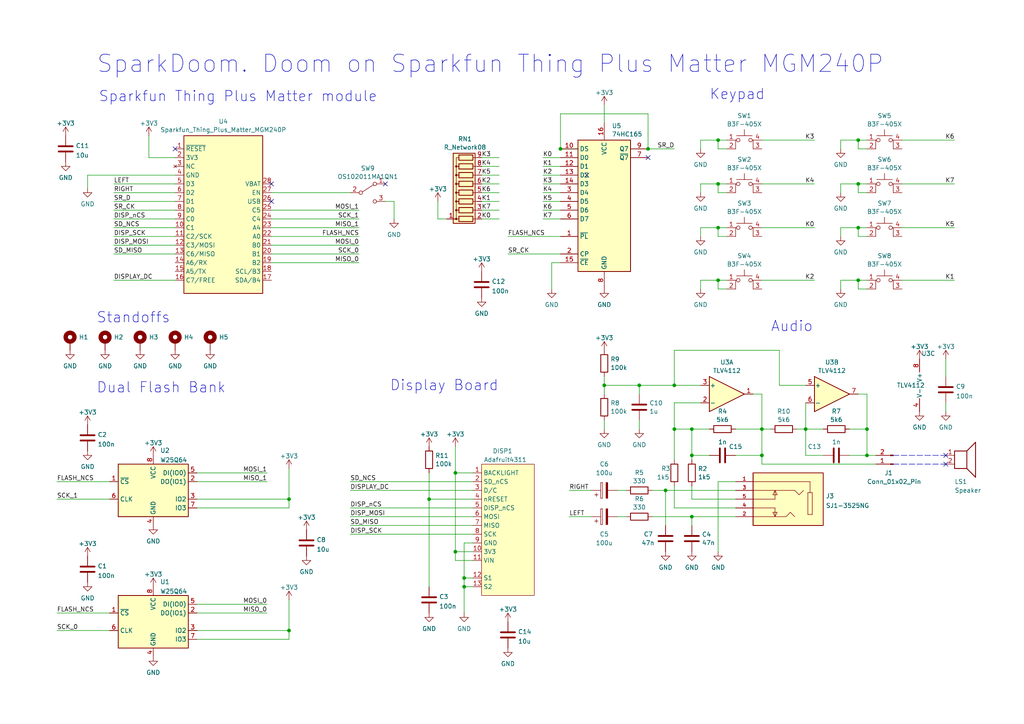
<source format=kicad_sch>
(kicad_sch (version 20230121) (generator eeschema)
  (paper "A4")
  (title_block (title "SparkDoom") (date "2023-12-05") (rev "1.0") (company "Nicola Wrachien"))
  (lib_symbols
    (symbol "74xx:74HC165"
      (property "Reference" "U" (at -7.62 19.05 0))
      (property "Value" "74HC165" (at -7.62 -21.59 0))
      (symbol "74HC165_1_0"
        (pin input line (at -12.7 -10.16 0) (length 5.08) (name "~{PL}") (number "1"))
        (pin input line (at -12.7 15.24 0) (length 5.08) (name "DS") (number "10"))
        (pin input line (at -12.7 12.7 0) (length 5.08) (name "D0") (number "11"))
        (pin input line (at -12.7 10.16 0) (length 5.08) (name "D1") (number "12"))
        (pin input line (at -12.7 7.62 0) (length 5.08) (name "D2") (number "13"))
        (pin input line (at -12.7 5.08 0) (length 5.08) (name "D3") (number "14"))
        (pin input line (at -12.7 -17.78 0) (length 5.08) (name "~{CE}") (number "15"))
        (pin power_in line (at 0 22.86 270) (length 5.08) (name "VCC") (number "16"))
        (pin input line (at -12.7 -15.24 0) (length 5.08) (name "CP") (number "2"))
        (pin input line (at -12.7 2.54 0) (length 5.08) (name "D4") (number "3"))
        (pin input line (at -12.7 0 0) (length 5.08) (name "D5") (number "4"))
        (pin input line (at -12.7 -2.54 0) (length 5.08) (name "D6") (number "5"))
        (pin input line (at -12.7 -5.08 0) (length 5.08) (name "D7") (number "6"))
        (pin output line (at 12.7 12.7 180) (length 5.08) (name "~{Q7}") (number "7"))
        (pin power_in line (at 0 -25.4 90) (length 5.08) (name "GND") (number "8"))
        (pin output line (at 12.7 15.24 180) (length 5.08) (name "Q7") (number "9"))
      )
    )
    (symbol "Amplifier_Operational:LM358" (pin_names (offset 0.127))
      (property "Reference" "U" (at 0 5.08 0))
      (property "Value" "LM358" (at 0 -5.08 0))
      (symbol "LM358_1_1"
        (pin output line (at 7.62 0 180) (length 2.54) (name "~") (number "1"))
        (pin input line (at -7.62 -2.54 0) (length 2.54) (name "-") (number "2"))
        (pin input line (at -7.62 2.54 0) (length 2.54) (name "+") (number "3"))
      )
      (symbol "LM358_2_1"
        (pin input line (at -7.62 2.54 0) (length 2.54) (name "+") (number "5"))
        (pin input line (at -7.62 -2.54 0) (length 2.54) (name "-") (number "6"))
        (pin output line (at 7.62 0 180) (length 2.54) (name "~") (number "7"))
      )
      (symbol "LM358_3_1"
        (pin power_in line (at -2.54 -7.62 90) (length 3.81) (name "V-") (number "4"))
        (pin power_in line (at -2.54 7.62 270) (length 3.81) (name "V+") (number "8"))
      )
    )
    (symbol "Connector:Conn_01x02_Pin" (pin_names (offset 1.016) hide)
      (property "Reference" "J" (at 0 2.54 0))
      (property "Value" "Conn_01x02_Pin" (at 0 -5.08 0))
      (symbol "Conn_01x02_Pin_1_1"
        (pin passive line (at 5.08 0 180) (length 3.81) (name "Pin_1") (number "1"))
        (pin passive line (at 5.08 -2.54 180) (length 3.81) (name "Pin_2") (number "2"))
      )
    )
    (symbol "Device:C" (pin_numbers hide) (pin_names (offset 0.254))
      (property "Reference" "C" (at 0.635 2.54 0))
      (property "Value" "C" (at 0.635 -2.54 0))
      (symbol "C_1_1"
        (pin passive line (at 0 3.81 270) (length 2.794) (name "~") (number "1"))
        (pin passive line (at 0 -3.81 90) (length 2.794) (name "~") (number "2"))
      )
    )
    (symbol "Device:C_Polarized" (pin_numbers hide) (pin_names (offset 0.254))
      (property "Reference" "C" (at 0.635 2.54 0))
      (property "Value" "C_Polarized" (at 0.635 -2.54 0))
      (symbol "C_Polarized_1_1"
        (pin passive line (at 0 3.81 270) (length 2.794) (name "~") (number "1"))
        (pin passive line (at 0 -3.81 90) (length 2.794) (name "~") (number "2"))
      )
    )
    (symbol "Device:R" (pin_numbers hide) (pin_names (offset 0))
      (property "Reference" "R" (at 2.032 0 90))
      (property "Value" "R" (at 0 0 90))
      (symbol "R_1_1"
        (pin passive line (at 0 3.81 270) (length 1.27) (name "~") (number "1"))
        (pin passive line (at 0 -3.81 90) (length 1.27) (name "~") (number "2"))
      )
    )
    (symbol "Device:R_Network08" (pin_names (offset 0) hide)
      (property "Reference" "RN" (at -12.7 0 90))
      (property "Value" "R_Network08" (at 10.16 0 90))
      (symbol "R_Network08_1_1"
        (pin passive line (at -10.16 5.08 270) (length 2.54) (name "common") (number "1"))
        (pin passive line (at -10.16 -5.08 90) (length 1.27) (name "R1") (number "2"))
        (pin passive line (at -7.62 -5.08 90) (length 1.27) (name "R2") (number "3"))
        (pin passive line (at -5.08 -5.08 90) (length 1.27) (name "R3") (number "4"))
        (pin passive line (at -2.54 -5.08 90) (length 1.27) (name "R4") (number "5"))
        (pin passive line (at 0 -5.08 90) (length 1.27) (name "R5") (number "6"))
        (pin passive line (at 2.54 -5.08 90) (length 1.27) (name "R6") (number "7"))
        (pin passive line (at 5.08 -5.08 90) (length 1.27) (name "R7") (number "8"))
        (pin passive line (at 7.62 -5.08 90) (length 1.27) (name "R8") (number "9"))
      )
    )
    (symbol "Device:Speaker" (pin_names (offset 0) hide)
      (property "Reference" "LS" (at 1.27 5.715 0))
      (property "Value" "Speaker" (at 1.27 3.81 0))
      (symbol "Speaker_1_1"
        (pin input line (at -5.08 0 0) (length 2.54) (name "1") (number "1"))
        (pin input line (at -5.08 -2.54 0) (length 2.54) (name "2") (number "2"))
      )
    )
    (symbol "DoomWSTK:Adafruit4311"
      (property "Reference" "D" (at 0 5.08 0))
      (property "Value" "Adafruit4311" (at 0 7.62 0))
      (symbol "Adafruit4311_1_1"
        (pin input line (at 0 0 0) (length 2.54) (name "BACKLIGHT") (number "1"))
        (pin input line (at 0 -22.86 0) (length 2.54) (name "3V3") (number "10"))
        (pin input line (at 0 -25.4 0) (length 2.54) (name "VIN") (number "11"))
        (pin passive line (at 0 -30.48 0) (length 2.54) (name "S1") (number "12"))
        (pin passive line (at 0 -33.02 0) (length 2.54) (name "S2") (number "13"))
        (pin input line (at 0 -2.54 0) (length 2.54) (name "SD_nCS") (number "2"))
        (pin input line (at 0 -5.08 0) (length 2.54) (name "D/C") (number "3"))
        (pin input line (at 0 -7.62 0) (length 2.54) (name "nRESET") (number "4"))
        (pin input line (at 0 -10.16 0) (length 2.54) (name "DISP_nCS") (number "5"))
        (pin input line (at 0 -12.7 0) (length 2.54) (name "MOSI") (number "6"))
        (pin tri_state line (at 0 -15.24 0) (length 2.54) (name "MISO") (number "7"))
        (pin input line (at 0 -17.78 0) (length 2.54) (name "SCK") (number "8"))
        (pin input line (at 0 -20.32 0) (length 2.54) (name "GND") (number "9"))
      )
    )
    (symbol "DoomWSTK:B3F-405X" (pin_names (offset 1.016) hide)
      (property "Reference" "SW" (at 0.635 5.715 0))
      (property "Value" "B3F-405X" (at 0 -3.175 0))
      (symbol "B3F-405X_0_1"
        (pin passive line (at -5.08 2.54 0) (length 2.54) (name "1") (number "1"))
        (pin passive line (at -5.08 0 0) (length 2.54) (name "2") (number "2"))
        (pin passive line (at 5.08 0 180) (length 2.54) (name "K") (number "3"))
        (pin passive line (at 5.08 2.54 180) (length 2.54) (name "A") (number "4"))
      )
    )
    (symbol "DoomWSTK:Sparkfun_Thing_Plus_Matter_MGM240P"
      (property "Reference" "U" (at -10.16 25.4 0))
      (property "Value" "Sparkfun_Thing_Plus_Matter_MGM240P" (at -12.7 -22.86 0))
      (symbol "Sparkfun_Thing_Plus_Matter_MGM240P_1_1"
        (pin input line (at -12.7 20.32 0) (length 2.54) (name "~{RESET}") (number "1"))
        (pin bidirectional line (at -12.7 -2.54 0) (length 2.54) (name "C1") (number "10"))
        (pin bidirectional line (at -12.7 -5.08 0) (length 2.54) (name "C2/SCK") (number "11"))
        (pin bidirectional line (at -12.7 -7.62 0) (length 2.54) (name "C3/MOSI") (number "12"))
        (pin bidirectional line (at -12.7 -10.16 0) (length 2.54) (name "C6/MISO") (number "13"))
        (pin bidirectional line (at -12.7 -12.7 0) (length 2.54) (name "A6/RX") (number "14"))
        (pin bidirectional line (at -12.7 -15.24 0) (length 2.54) (name "A5/TX") (number "15"))
        (pin bidirectional line (at -12.7 -17.78 0) (length 2.54) (name "C7/FREE") (number "16"))
        (pin bidirectional line (at 15.24 -17.78 180) (length 2.54) (name "SDA/B4") (number "17"))
        (pin bidirectional line (at 15.24 -15.24 180) (length 2.54) (name "SCL/B3") (number "18"))
        (pin bidirectional line (at 15.24 -12.7 180) (length 2.54) (name "B2") (number "19"))
        (pin power_in line (at -12.7 17.78 0) (length 2.54) (name "3V3") (number "2"))
        (pin bidirectional line (at 15.24 -10.16 180) (length 2.54) (name "B1") (number "20"))
        (pin bidirectional line (at 15.24 -7.62 180) (length 2.54) (name "B0") (number "21"))
        (pin bidirectional line (at 15.24 -5.08 180) (length 2.54) (name "A0") (number "22"))
        (pin bidirectional line (at 15.24 -2.54 180) (length 2.54) (name "A4") (number "23"))
        (pin bidirectional line (at 15.24 0 180) (length 2.54) (name "C4") (number "24"))
        (pin bidirectional line (at 15.24 2.54 180) (length 2.54) (name "C5") (number "25"))
        (pin power_in line (at 15.24 5.08 180) (length 2.54) (name "USB") (number "26"))
        (pin input line (at 15.24 7.62 180) (length 2.54) (name "EN") (number "27"))
        (pin power_in line (at 15.24 10.16 180) (length 2.54) (name "VBAT") (number "28"))
        (pin no_connect line (at -12.7 15.24 0) (length 2.54) (name "NC") (number "3"))
        (pin power_in line (at -12.7 12.7 0) (length 2.54) (name "GND") (number "4"))
        (pin bidirectional line (at -12.7 10.16 0) (length 2.54) (name "D3") (number "5"))
        (pin bidirectional line (at -12.7 7.62 0) (length 2.54) (name "D2") (number "6"))
        (pin bidirectional line (at -12.7 5.08 0) (length 2.54) (name "D1") (number "7"))
        (pin bidirectional line (at -12.7 2.54 0) (length 2.54) (name "D0") (number "8"))
        (pin bidirectional line (at -12.7 0 0) (length 2.54) (name "C0") (number "9"))
      )
    )
    (symbol "Mechanical:MountingHole_Pad" (pin_numbers hide) (pin_names (offset 1.016) hide)
      (property "Reference" "H" (at 0 6.35 0))
      (property "Value" "MountingHole_Pad" (at 0 4.445 0))
      (symbol "MountingHole_Pad_1_1"
        (pin input line (at 0 -2.54 90) (length 2.54) (name "1") (number "1"))
      )
    )
    (symbol "Memory_Flash:W25Q128JVS"
      (property "Reference" "U" (at -8.89 8.89 0))
      (property "Value" "W25Q128JVS" (at 7.62 8.89 0))
      (symbol "W25Q128JVS_1_1"
        (pin input line (at -12.7 2.54 0) (length 2.54) (name "~{CS}") (number "1"))
        (pin bidirectional line (at 12.7 2.54 180) (length 2.54) (name "DO(IO1)") (number "2"))
        (pin bidirectional line (at 12.7 -2.54 180) (length 2.54) (name "IO2") (number "3"))
        (pin power_in line (at 0 -10.16 90) (length 2.54) (name "GND") (number "4"))
        (pin bidirectional line (at 12.7 5.08 180) (length 2.54) (name "DI(IO0)") (number "5"))
        (pin input line (at -12.7 -2.54 0) (length 2.54) (name "CLK") (number "6"))
        (pin bidirectional line (at 12.7 -5.08 180) (length 2.54) (name "IO3") (number "7"))
        (pin power_in line (at 0 10.16 270) (length 2.54) (name "VCC") (number "8"))
      )
    )
    (symbol "SJ1-3525NG:SJ1-3525NG" (pin_names (offset 1.016) hide)
      (property "Reference" "J" (at -10.1854 10.1854 0))
      (property "Value" "SJ1-3525NG" (at -10.16 -12.7254 0))
      (symbol "SJ1-3525NG_0_0"
        (pin passive line (at 15.24 5.08 180) (length 5.08) (name "~") (number "1"))
        (pin passive line (at 15.24 -5.08 180) (length 5.08) (name "~") (number "2"))
        (pin passive line (at 15.24 2.54 180) (length 5.08) (name "~") (number "3"))
        (pin passive line (at 15.24 -2.54 180) (length 5.08) (name "~") (number "4"))
        (pin passive line (at 15.24 0 180) (length 5.08) (name "~") (number "5"))
      )
    )
    (symbol "Switch:SW_SPDT" (pin_names (offset 0) hide)
      (property "Reference" "SW" (at 0 4.318 0))
      (property "Value" "SW_SPDT" (at 0 -5.08 0))
      (symbol "SW_SPDT_1_1"
        (pin passive line (at 5.08 2.54 180) (length 2.54) (name "A") (number "1"))
        (pin passive line (at -5.08 0 0) (length 2.54) (name "B") (number "2"))
        (pin passive line (at 5.08 -2.54 180) (length 2.54) (name "C") (number "3"))
      )
    )
    (symbol "power:+3V3" (power) (pin_names (offset 0))
      (property "Value" "+3V3" (at 0 3.556 0))
      (symbol "+3V3_1_1"
        (pin power_in line (at 0 0 90) (length 0) hide (name "+3V3") (number "1"))
      )
    )
    (symbol "power:GND" (power) (pin_names (offset 0))
      (property "Value" "GND" (at 0 -3.81 0))
      (symbol "GND_1_1"
        (pin power_in line (at 0 0 270) (length 0) hide (name "GND") (number "1"))
      )
    )
  )
  (junction (at 185.42 111.76))
  (junction (at 251.46 132.08))
  (junction (at 220.98 124.46))
  (junction (at 248.92 53.34))
  (junction (at 248.92 40.64))
  (junction (at 200.66 132.08))
  (junction (at 208.28 66.04))
  (junction (at 248.92 66.04))
  (junction (at 134.62 170.18))
  (junction (at 220.98 132.08))
  (junction (at 83.82 182.88))
  (junction (at 187.96 43.18))
  (junction (at 132.08 160.02))
  (junction (at 132.08 137.16))
  (junction (at 195.58 111.76))
  (junction (at 200.66 124.46))
  (junction (at 248.92 81.28))
  (junction (at 195.58 124.46))
  (junction (at 200.66 149.86))
  (junction (at 162.56 43.18))
  (junction (at 208.28 53.34))
  (junction (at 208.28 81.28))
  (junction (at 175.26 111.76))
  (junction (at 124.46 144.78))
  (junction (at 233.68 124.46))
  (junction (at 193.04 142.24))
  (junction (at 83.82 144.78))
  (junction (at 134.62 167.64))
  (junction (at 251.46 124.46))
  (junction (at 208.28 40.64))
  (no_connect (at 187.96 45.72))
  (no_connect (at 274.32 132.08))
  (no_connect (at 50.8 43.18))
  (no_connect (at 78.74 58.42))
  (no_connect (at 78.74 53.34))
  (no_connect (at 111.76 53.34))
  (no_connect (at 170.18 50.8))
  (no_connect (at 274.32 134.62))
  (wire (pts (xy 208.28 139.7) (xy 213.36 139.7)))
  (wire (pts (xy 147.32 73.66) (xy 162.56 73.66)))
  (wire (pts (xy 248.92 83.82) (xy 248.92 81.28)))
  (wire (pts (xy 251.46 114.3) (xy 248.92 114.3)))
  (wire (pts (xy 274.32 116.84) (xy 274.32 119.38)))
  (wire (pts (xy 57.15 175.26) (xy 77.47 175.26)))
  (wire (pts (xy 251.46 43.18) (xy 248.92 43.18)))
  (wire (pts (xy 274.32 104.14) (xy 274.32 109.22)))
  (wire (pts (xy 139.7 45.72) (xy 144.78 45.72)))
  (wire (pts (xy 195.58 124.46) (xy 195.58 133.35)))
  (wire (pts (xy 203.2 53.34) (xy 203.2 55.88)))
  (wire (pts (xy 175.26 111.76) (xy 175.26 114.3)))
  (wire (pts (xy 220.98 40.64) (xy 236.22 40.64)))
  (wire (pts (xy 195.58 124.46) (xy 200.66 124.46)))
  (wire (pts (xy 33.02 81.28) (xy 50.8 81.28)))
  (wire (pts (xy 127 63.5) (xy 127 58.42)))
  (wire (pts (xy 78.74 71.12) (xy 104.14 71.12)))
  (wire (pts (xy 83.82 147.32) (xy 83.82 144.78)))
  (wire (pts (xy 179.07 149.86) (xy 181.61 149.86)))
  (wire (pts (xy 78.74 76.2) (xy 104.14 76.2)))
  (wire (pts (xy 246.38 124.46) (xy 251.46 124.46)))
  (wire (pts (xy 50.8 71.12) (xy 33.02 71.12)))
  (wire (pts (xy 208.28 160.02) (xy 208.28 139.7)))
  (wire (pts (xy 220.98 66.04) (xy 236.22 66.04)))
  (wire (pts (xy 243.84 53.34) (xy 248.92 53.34)))
  (wire (pts (xy 220.98 124.46) (xy 223.52 124.46)))
  (wire (pts (xy 114.3 58.42) (xy 114.3 63.5)))
  (wire (pts (xy 233.68 124.46) (xy 238.76 124.46)))
  (wire (pts (xy 175.26 109.22) (xy 175.26 111.76)))
  (wire (pts (xy 220.98 53.34) (xy 236.22 53.34)))
  (wire (pts (xy 137.16 162.56) (xy 132.08 162.56)))
  (wire (pts (xy 200.66 132.08) (xy 200.66 124.46)))
  (wire (pts (xy 213.36 132.08) (xy 220.98 132.08)))
  (wire (pts (xy 261.62 81.28) (xy 276.86 81.28)))
  (wire (pts (xy 200.66 132.08) (xy 205.74 132.08)))
  (wire (pts (xy 157.48 58.42) (xy 162.56 58.42)))
  (wire (pts (xy 33.02 66.04) (xy 50.8 66.04)))
  (wire (pts (xy 208.28 81.28) (xy 203.2 81.28)))
  (wire (pts (xy 147.32 68.58) (xy 162.56 68.58)))
  (wire (pts (xy 203.2 66.04) (xy 203.2 68.58)))
  (wire (pts (xy 78.74 66.04) (xy 104.14 66.04)))
  (wire (pts (xy 139.7 63.5) (xy 144.78 63.5)))
  (wire (pts (xy 124.46 137.16) (xy 124.46 144.78)))
  (wire (pts (xy 261.62 66.04) (xy 276.86 66.04)))
  (wire (pts (xy 195.58 140.97) (xy 195.58 147.32)))
  (wire (pts (xy 208.28 66.04) (xy 208.28 68.58)))
  (wire (pts (xy 233.68 111.76) (xy 226.06 111.76)))
  (wire (pts (xy 220.98 134.62) (xy 254 134.62)))
  (wire (pts (xy 57.15 139.7) (xy 77.47 139.7)))
  (wire (pts (xy 160.02 76.2) (xy 160.02 83.82)))
  (wire (pts (xy 243.84 53.34) (xy 243.84 55.88)))
  (wire (pts (xy 210.82 68.58) (xy 208.28 68.58)))
  (wire (pts (xy 83.82 185.42) (xy 83.82 182.88)))
  (wire (pts (xy 124.46 144.78) (xy 137.16 144.78)))
  (wire (pts (xy 139.7 53.34) (xy 144.78 53.34)))
  (wire (pts (xy 175.26 111.76) (xy 185.42 111.76)))
  (wire (pts (xy 101.6 152.4) (xy 137.16 152.4)))
  (wire (pts (xy 200.66 149.86) (xy 213.36 149.86)))
  (wire (pts (xy 189.23 142.24) (xy 193.04 142.24)))
  (wire (pts (xy 101.6 139.7) (xy 137.16 139.7)))
  (wire (pts (xy 208.28 55.88) (xy 208.28 53.34)))
  (wire (pts (xy 139.7 48.26) (xy 144.78 48.26)))
  (wire (pts (xy 33.02 73.66) (xy 50.8 73.66)))
  (wire (pts (xy 57.15 147.32) (xy 83.82 147.32)))
  (wire (pts (xy 248.92 66.04) (xy 251.46 66.04)))
  (wire (pts (xy 78.74 63.5) (xy 104.14 63.5)))
  (wire (pts (xy 57.15 137.16) (xy 77.47 137.16)))
  (wire (pts (xy 57.15 182.88) (xy 83.82 182.88)))
  (wire (pts (xy 251.46 40.64) (xy 248.92 40.64)))
  (wire (pts (xy 208.28 83.82) (xy 208.28 81.28)))
  (wire (pts (xy 243.84 81.28) (xy 248.92 81.28)))
  (wire (pts (xy 248.92 53.34) (xy 251.46 53.34)))
  (wire (pts (xy 195.58 101.6) (xy 195.58 111.76)))
  (wire (pts (xy 101.6 142.24) (xy 137.16 142.24)))
  (wire (pts (xy 261.62 40.64) (xy 276.86 40.64)))
  (wire (pts (xy 193.04 142.24) (xy 193.04 152.4)))
  (wire (pts (xy 243.84 66.04) (xy 248.92 66.04)))
  (wire (pts (xy 187.96 43.18) (xy 195.58 43.18)))
  (wire (pts (xy 157.48 63.5) (xy 162.56 63.5)))
  (wire (pts (xy 129.54 63.5) (xy 127 63.5)))
  (wire (pts (xy 175.26 121.92) (xy 175.26 124.46)))
  (wire (pts (xy 157.48 60.96) (xy 162.56 60.96)))
  (wire (pts (xy 189.23 149.86) (xy 200.66 149.86)))
  (wire (pts (xy 50.8 50.8) (xy 25.4 50.8)))
  (wire (pts (xy 208.28 43.18) (xy 208.28 40.64)))
  (wire (pts (xy 101.6 149.86) (xy 137.16 149.86)))
  (wire (pts (xy 50.8 45.72) (xy 43.18 45.72)))
  (wire (pts (xy 210.82 81.28) (xy 208.28 81.28)))
  (wire (pts (xy 25.4 50.8) (xy 25.4 54.61)))
  (wire (pts (xy 101.6 147.32) (xy 137.16 147.32)))
  (wire (pts (xy 243.84 81.28) (xy 243.84 83.82)))
  (wire (pts (xy 185.42 111.76) (xy 185.42 114.3)))
  (wire (pts (xy 57.15 144.78) (xy 83.82 144.78)))
  (wire (pts (xy 157.48 48.26) (xy 162.56 48.26)))
  (wire (pts (xy 139.7 58.42) (xy 144.78 58.42)))
  (wire (pts (xy 231.14 124.46) (xy 233.68 124.46)))
  (wire (pts (xy 251.46 83.82) (xy 248.92 83.82)))
  (wire (pts (xy 162.56 43.18) (xy 167.64 43.18)))
  (wire (pts (xy 195.58 111.76) (xy 203.2 111.76)))
  (polyline (pts (xy 259.08 134.62) (xy 274.32 134.62)) (stroke (width 0) (type dash)))
  (wire (pts (xy 251.46 124.46) (xy 251.46 132.08)))
  (wire (pts (xy 132.08 160.02) (xy 132.08 137.16)))
  (wire (pts (xy 165.1 142.24) (xy 171.45 142.24)))
  (wire (pts (xy 185.42 121.92) (xy 185.42 124.46)))
  (wire (pts (xy 162.56 76.2) (xy 160.02 76.2)))
  (wire (pts (xy 208.28 40.64) (xy 203.2 40.64)))
  (wire (pts (xy 139.7 50.8) (xy 144.78 50.8)))
  (wire (pts (xy 78.74 73.66) (xy 104.14 73.66)))
  (wire (pts (xy 254 132.08) (xy 251.46 132.08)))
  (wire (pts (xy 243.84 66.04) (xy 243.84 68.58)))
  (wire (pts (xy 33.02 60.96) (xy 50.8 60.96)))
  (wire (pts (xy 220.98 134.62) (xy 220.98 132.08)))
  (wire (pts (xy 210.82 83.82) (xy 208.28 83.82)))
  (wire (pts (xy 134.62 170.18) (xy 137.16 170.18)))
  (wire (pts (xy 195.58 124.46) (xy 195.58 116.84)))
  (wire (pts (xy 193.04 142.24) (xy 213.36 142.24)))
  (wire (pts (xy 137.16 157.48) (xy 134.62 157.48)))
  (wire (pts (xy 33.02 53.34) (xy 50.8 53.34)))
  (wire (pts (xy 157.48 45.72) (xy 162.56 45.72)))
  (wire (pts (xy 248.92 40.64) (xy 243.84 40.64)))
  (wire (pts (xy 157.48 50.8) (xy 162.56 50.8)))
  (wire (pts (xy 132.08 160.02) (xy 137.16 160.02)))
  (wire (pts (xy 33.02 63.5) (xy 50.8 63.5)))
  (wire (pts (xy 248.92 68.58) (xy 248.92 66.04)))
  (wire (pts (xy 208.28 53.34) (xy 210.82 53.34)))
  (wire (pts (xy 195.58 116.84) (xy 203.2 116.84)))
  (wire (pts (xy 83.82 135.89) (xy 83.82 144.78)))
  (wire (pts (xy 213.36 147.32) (xy 195.58 147.32)))
  (wire (pts (xy 213.36 144.78) (xy 200.66 144.78)))
  (wire (pts (xy 251.46 55.88) (xy 248.92 55.88)))
  (wire (pts (xy 43.18 45.72) (xy 43.18 39.37)))
  (wire (pts (xy 248.92 81.28) (xy 251.46 81.28)))
  (wire (pts (xy 203.2 66.04) (xy 208.28 66.04)))
  (wire (pts (xy 203.2 81.28) (xy 203.2 83.82)))
  (wire (pts (xy 179.07 142.24) (xy 181.61 142.24)))
  (wire (pts (xy 220.98 114.3) (xy 218.44 114.3)))
  (wire (pts (xy 78.74 60.96) (xy 104.14 60.96)))
  (wire (pts (xy 33.02 55.88) (xy 50.8 55.88)))
  (wire (pts (xy 124.46 170.18) (xy 124.46 144.78)))
  (wire (pts (xy 162.56 33.02) (xy 187.96 33.02)))
  (wire (pts (xy 226.06 101.6) (xy 195.58 101.6)))
  (wire (pts (xy 195.58 111.76) (xy 185.42 111.76)))
  (wire (pts (xy 208.28 66.04) (xy 210.82 66.04)))
  (wire (pts (xy 134.62 157.48) (xy 134.62 167.64)))
  (wire (pts (xy 261.62 53.34) (xy 276.86 53.34)))
  (wire (pts (xy 111.76 58.42) (xy 114.3 58.42)))
  (wire (pts (xy 243.84 40.64) (xy 243.84 43.18)))
  (wire (pts (xy 16.51 177.8) (xy 31.75 177.8)))
  (wire (pts (xy 203.2 40.64) (xy 203.2 43.18)))
  (wire (pts (xy 57.15 177.8) (xy 77.47 177.8)))
  (wire (pts (xy 162.56 33.02) (xy 162.56 43.18)))
  (wire (pts (xy 220.98 81.28) (xy 236.22 81.28)))
  (wire (pts (xy 132.08 129.54) (xy 132.08 137.16)))
  (wire (pts (xy 248.92 43.18) (xy 248.92 40.64)))
  (wire (pts (xy 251.46 68.58) (xy 248.92 68.58)))
  (wire (pts (xy 101.6 154.94) (xy 137.16 154.94)))
  (wire (pts (xy 134.62 167.64) (xy 137.16 167.64)))
  (wire (pts (xy 33.02 68.58) (xy 50.8 68.58)))
  (wire (pts (xy 210.82 43.18) (xy 208.28 43.18)))
  (wire (pts (xy 134.62 170.18) (xy 134.62 177.8)))
  (wire (pts (xy 200.66 124.46) (xy 205.74 124.46)))
  (wire (pts (xy 200.66 133.35) (xy 200.66 132.08)))
  (wire (pts (xy 200.66 149.86) (xy 200.66 152.4)))
  (wire (pts (xy 157.48 53.34) (xy 162.56 53.34)))
  (wire (pts (xy 248.92 55.88) (xy 248.92 53.34)))
  (wire (pts (xy 139.7 60.96) (xy 144.78 60.96)))
  (wire (pts (xy 139.7 55.88) (xy 144.78 55.88)))
  (wire (pts (xy 213.36 124.46) (xy 220.98 124.46)))
  (wire (pts (xy 78.74 55.88) (xy 101.6 55.88)))
  (wire (pts (xy 200.66 144.78) (xy 200.66 140.97)))
  (wire (pts (xy 210.82 40.64) (xy 208.28 40.64)))
  (wire (pts (xy 16.51 139.7) (xy 31.75 139.7)))
  (polyline (pts (xy 259.08 132.08) (xy 274.32 132.08)) (stroke (width 0) (type dash)))
  (wire (pts (xy 165.1 149.86) (xy 171.45 149.86)))
  (wire (pts (xy 251.46 124.46) (xy 251.46 114.3)))
  (wire (pts (xy 210.82 55.88) (xy 208.28 55.88)))
  (wire (pts (xy 16.51 144.78) (xy 31.75 144.78)))
  (wire (pts (xy 175.26 30.48) (xy 175.26 35.56)))
  (wire (pts (xy 233.68 132.08) (xy 233.68 124.46)))
  (wire (pts (xy 220.98 132.08) (xy 220.98 124.46)))
  (wire (pts (xy 57.15 185.42) (xy 83.82 185.42)))
  (wire (pts (xy 78.74 68.58) (xy 104.14 68.58)))
  (wire (pts (xy 238.76 132.08) (xy 233.68 132.08)))
  (wire (pts (xy 157.48 55.88) (xy 162.56 55.88)))
  (wire (pts (xy 226.06 111.76) (xy 226.06 101.6)))
  (wire (pts (xy 203.2 53.34) (xy 208.28 53.34)))
  (wire (pts (xy 246.38 132.08) (xy 251.46 132.08)))
  (wire (pts (xy 233.68 116.84) (xy 233.68 124.46)))
  (wire (pts (xy 220.98 124.46) (xy 220.98 114.3)))
  (wire (pts (xy 33.02 58.42) (xy 50.8 58.42)))
  (wire (pts (xy 137.16 137.16) (xy 132.08 137.16)))
  (wire (pts (xy 187.96 33.02) (xy 187.96 43.18)))
  (wire (pts (xy 132.08 162.56) (xy 132.08 160.02)))
  (wire (pts (xy 134.62 167.64) (xy 134.62 170.18)))
  (wire (pts (xy 83.82 173.99) (xy 83.82 182.88)))
  (wire (pts (xy 16.51 182.88) (xy 31.75 182.88)))
  (text "Display Board" (at 113.03 113.665 0) (effects (font (size 3 3)) (justify left bottom)))
  (text "Sparkfun Thing Plus Matter module" (at 28.575 29.845 0) (effects (font (size 3 3)) (justify left bottom)))
  (text "Keypad" (at 205.74 29.21 0) (effects (font (size 3 3)) (justify left bottom)))
  (text "Dual Flash Bank" (at 27.94 114.3 0) (effects (font (size 3 3)) (justify left bottom)))
  (text "Audio" (at 223.52 96.52 0) (effects (font (size 3 3)) (justify left bottom)))
  (text "SparkDoom. Doom on Sparkfun Thing Plus Matter MGM240P" (at 27.94 21.59 0) (effects (font (size 5 5)) (justify left bottom)))
  (text "Standoffs\n" (at 27.94 93.98 0) (effects (font (size 3 3)) (justify left bottom)))
  (label "SCK_1" (at 16.51 144.78 0))
  (label "K6" (at 157.48 60.96 0))
  (label "K5" (at 157.48 58.42 0))
  (label "FLASH_NCS" (at 16.51 177.8 0))
  (label "RIGHT" (at 33.02 55.88 0))
  (label "K7" (at 157.48 63.5 0))
  (label "K1" (at 139.7 58.42 0))
  (label "SR_D" (at 33.02 58.42 0))
  (label "LEFT" (at 33.02 53.34 0))
  (label "K6" (at 276.86 40.64 180))
  (label "RIGHT" (at 165.1 142.24 0))
  (label "SR_CK" (at 147.32 73.66 0))
  (label "MOSI_1" (at 77.47 137.16 180))
  (label "SD_NCS" (at 33.02 66.04 0))
  (label "K2" (at 157.48 50.8 0))
  (label "MISO_0" (at 77.47 177.8 180))
  (label "K4" (at 157.48 55.88 0))
  (label "K4" (at 139.7 48.26 0))
  (label "MISO_0" (at 104.14 76.2 180))
  (label "MISO_1" (at 77.47 139.7 180))
  (label "K7" (at 139.7 60.96 0))
  (label "SD_NCS" (at 101.6 139.7 0))
  (label "K2" (at 236.22 81.28 180))
  (label "DISPLAY_DC" (at 33.02 81.28 0))
  (label "K5" (at 139.7 50.8 0))
  (label "LEFT" (at 165.1 149.86 0))
  (label "K2" (at 139.7 53.34 0))
  (label "SCK_0" (at 104.14 73.66 180))
  (label "FLASH_NCS" (at 104.14 68.58 180))
  (label "DISP_nCS" (at 101.6 147.32 0))
  (label "SR_D" (at 195.58 43.18 180))
  (label "K7" (at 276.86 53.34 180))
  (label "MOSI_0" (at 77.47 175.26 180))
  (label "K1" (at 276.86 81.28 180))
  (label "K0" (at 157.48 45.72 0))
  (label "SD_MISO" (at 101.6 152.4 0))
  (label "DISPLAY_DC" (at 101.6 142.24 0))
  (label "FLASH_NCS" (at 147.32 68.58 0))
  (label "MISO_1" (at 104.14 66.04 180))
  (label "K4" (at 236.22 53.34 180))
  (label "FLASH_NCS" (at 16.51 139.7 0))
  (label "K3" (at 157.48 53.34 0))
  (label "DISP_nCS" (at 33.02 63.5 0))
  (label "K3" (at 139.7 45.72 0))
  (label "K1" (at 157.48 48.26 0))
  (label "SR_CK" (at 33.02 60.96 0))
  (label "DISP_MOSI" (at 101.6 149.86 0))
  (label "K0" (at 139.7 63.5 0))
  (label "MOSI_1" (at 104.14 60.96 180))
  (label "DISP_SCK" (at 101.6 154.94 0))
  (label "DISP_MOSI" (at 33.02 71.12 0))
  (label "SD_MISO" (at 33.02 73.66 0))
  (label "SCK_0" (at 16.51 182.88 0))
  (label "DISP_SCK" (at 33.02 68.58 0))
  (label "K3" (at 236.22 40.64 180))
  (label "K5" (at 276.86 66.04 180))
  (label "K6" (at 139.7 55.88 0))
  (label "MOSI_0" (at 104.14 71.12 180))
  (label "K0" (at 236.22 66.04 180))
  (label "SCK_1" (at 104.14 63.5 180))
  (symbol (lib_id "DoomWSTK:B3F-405X") (at 256.54 68.58 0) (unit 1)
    (property "Reference" "SW7" (at 256.54 58.9747 0))
    (property "Value" "B3F-405X" (at 256.54 61.3989 0))
    (property "Footprint" "DoomWSTK:B3F-405X" (effects hide))
    (property "Datasheet" "https://omronfs.omron.com/en_US/ecb/products/pdf/en-b3f.pdf" (effects hide))
  )
  (symbol (lib_id "power:GND") (at 88.9 161.29 0) (unit 1)
    (property "Reference" "#PWR010" (effects hide))
    (property "Value" "GND" (at 88.9 165.8525 0))
  )
  (symbol (lib_id "Device:C") (at 274.32 113.03 0) (unit 1)
    (property "Reference" "C9" (at 277.241 112.1215 0) (effects (justify left)))
    (property "Value" "100n" (at 277.241 114.8966 0) (effects (justify left)))
    (property "Footprint" "Capacitor_THT:C_Disc_D3.8mm_W2.6mm_P2.50mm" (effects hide))
  )
  (symbol (lib_id "power:GND") (at 175.26 83.82 0) (unit 1)
    (property "Reference" "#PWR044" (effects hide))
    (property "Value" "GND" (at 175.26 88.3825 0))
  )
  (symbol (lib_id "power:GND") (at 25.4 54.61 0) (unit 1)
    (property "Reference" "#PWR015" (effects hide))
    (property "Value" "GND" (at 25.4 59.1725 0))
  )
  (symbol (lib_id "74xx:74HC165") (at 175.26 58.42 0) (unit 1)
    (property "Reference" "U5" (at 177.4541 36.4957 0) (effects (justify left)))
    (property "Value" "74HC165" (at 177.4541 38.9199 0) (effects (justify left)))
    (property "Footprint" "Package_DIP:DIP-16_W7.62mm" (effects hide))
    (property "Datasheet" "https://assets.nexperia.com/documents/data-sheet/74HC_HCT165.pdf" (effects hide))
  )
  (symbol (lib_id "DoomWSTK:B3F-405X") (at 256.54 55.88 0) (unit 1)
    (property "Reference" "SW6" (at 256.54 46.2747 0))
    (property "Value" "B3F-405X" (at 256.54 48.6989 0))
    (property "Footprint" "DoomWSTK:B3F-405X" (effects hide))
    (property "Datasheet" "https://omronfs.omron.com/en_US/ecb/products/pdf/en-b3f.pdf" (effects hide))
  )
  (symbol (lib_id "power:GND") (at 19.05 46.99 0) (unit 1)
    (property "Reference" "#PWR012" (effects hide))
    (property "Value" "GND" (at 19.05 51.5525 0))
  )
  (symbol (lib_id "power:+3V3") (at 44.45 170.18 0) (unit 1)
    (property "Reference" "#PWR05" (effects hide))
    (property "Value" "+3V3" (at 44.45 166.5755 0))
  )
  (symbol (lib_id "Mechanical:MountingHole_Pad") (at 30.48 99.06 0) (unit 1)
    (property "Reference" "H2" (at 33.02 97.79 0) (effects (justify left)))
    (property "Value" "MountingHole_Pad" (effects hide))
    (property "Footprint" "DoomWSTK:MountingHole_2.7mm_M2.5_Pad" (effects hide))
  )
  (symbol (lib_id "power:+3V3") (at 147.32 180.34 0) (unit 1)
    (property "Reference" "#PWR041" (effects hide))
    (property "Value" "+3V3" (at 147.32 176.7355 0))
  )
  (symbol (lib_id "power:+3V3") (at 266.7 104.14 0) (unit 1)
    (property "Reference" "#PWR019" (effects hide))
    (property "Value" "+3V3" (at 266.7 100.5355 0))
  )
  (symbol (lib_id "power:+3V3") (at 139.7 78.74 0) (unit 1)
    (property "Reference" "#PWR046" (effects hide))
    (property "Value" "+3V3" (at 139.7 75.1355 0))
  )
  (symbol (lib_id "Device:C") (at 200.66 156.21 0) (unit 1)
    (property "Reference" "C4" (at 203.581 154.9979 0) (effects (justify left)))
    (property "Value" "47n" (at 203.581 157.4221 0) (effects (justify left)))
    (property "Footprint" "DoomWSTK:C_Rect_L7.2mm_W2.5mm_P5.00mm_H6.5mm" (effects hide))
  )
  (symbol (lib_id "Device:C") (at 124.46 173.99 0) (unit 1)
    (property "Reference" "C3" (at 127.381 173.0815 0) (effects (justify left)))
    (property "Value" "100n" (at 127.381 175.8566 0) (effects (justify left)))
    (property "Footprint" "Capacitor_THT:C_Disc_D3.8mm_W2.6mm_P2.50mm" (effects hide))
  )
  (symbol (lib_id "SJ1-3525NG:SJ1-3525NG") (at 228.6 144.78 0) (mirror y) (unit 1)
    (property "Reference" "J3" (at 239.522 143.8715 0) (effects (justify right)))
    (property "Value" "SJ1-3525NG" (at 239.522 146.6466 0) (effects (justify right)))
    (property "Footprint" "DoomWSTK:CUI_SJ1-3525NG" (effects hide))
    (property "STANDARD" "Manufacturer recommendation" (effects hide))
    (property "PARTREV" "1.01" (effects hide))
    (property "MANUFACTURER" "CUI" (effects hide))
  )
  (symbol (lib_id "power:+3V3") (at 175.26 101.6 0) (unit 1)
    (property "Reference" "#PWR025" (effects hide))
    (property "Value" "+3V3" (at 175.26 97.9955 0))
  )
  (symbol (lib_id "Device:R") (at 185.42 149.86 90) (unit 1)
    (property "Reference" "R6" (at 185.42 144.6997 90))
    (property "Value" "330" (at 185.42 147.1239 90))
    (property "Footprint" "DoomWSTK:R_Axial_DIN0207_L6.3mm_D2.5mm_P10.16mm_Horizontal_ExactSilkScreen" (effects hide))
  )
  (symbol (lib_id "power:+3V3") (at 43.18 39.37 0) (unit 1)
    (property "Reference" "#PWR027" (effects hide))
    (property "Value" "+3V3" (at 43.18 35.7655 0))
  )
  (symbol (lib_id "Device:C_Polarized") (at 175.26 142.24 90) (unit 1)
    (property "Reference" "C6" (at 175.26 134.62 90))
    (property "Value" "100u" (at 175.26 137.16 90))
    (property "Footprint" "Capacitor_THT:CP_Radial_D6.3mm_P2.50mm" (effects hide))
    (property "Sim.Device" "C" (effects hide))
    (property "Sim.Pins" "1=+ 2=-" (effects hide))
  )
  (symbol (lib_id "Device:R") (at 175.26 118.11 180) (unit 1)
    (property "Reference" "R8" (at 177.038 116.8979 0) (effects (justify right)))
    (property "Value" "100k" (at 177.038 119.3221 0) (effects (justify right)))
    (property "Footprint" "DoomWSTK:R_Axial_DIN0207_L6.3mm_D2.5mm_P10.16mm_Horizontal_ExactSilkScreen" (effects hide))
  )
  (symbol (lib_id "Device:C_Polarized") (at 175.26 149.86 90) (unit 1)
    (property "Reference" "C5" (at 175.26 154.94 90))
    (property "Value" "100u" (at 175.26 157.48 90))
    (property "Footprint" "Capacitor_THT:CP_Radial_D6.3mm_P2.50mm" (effects hide))
  )
  (symbol (lib_id "Mechanical:MountingHole_Pad") (at 50.8 99.06 0) (unit 1)
    (property "Reference" "H4" (at 53.34 97.79 0) (effects (justify left)))
    (property "Value" "MountingHole_Pad" (effects hide))
    (property "Footprint" "DoomWSTK:MountingHole_2.7mm_M2.5_Pad" (effects hide))
  )
  (symbol (lib_id "power:GND") (at 139.7 86.36 0) (unit 1)
    (property "Reference" "#PWR047" (effects hide))
    (property "Value" "GND" (at 139.7 90.9225 0))
  )
  (symbol (lib_id "DoomWSTK:B3F-405X") (at 256.54 83.82 0) (unit 1)
    (property "Reference" "SW8" (at 256.54 74.2147 0))
    (property "Value" "B3F-405X" (at 256.54 76.6389 0))
    (property "Footprint" "DoomWSTK:B3F-405X" (effects hide))
    (property "Datasheet" "https://omronfs.omron.com/en_US/ecb/products/pdf/en-b3f.pdf" (effects hide))
  )
  (symbol (lib_id "power:GND") (at 160.02 83.82 0) (unit 1)
    (property "Reference" "#PWR045" (effects hide))
    (property "Value" "GND" (at 160.02 88.3825 0))
  )
  (symbol (lib_id "power:GND") (at 185.42 124.46 0) (unit 1)
    (property "Reference" "#PWR020" (effects hide))
    (property "Value" "GND" (at 185.42 129.0225 0))
  )
  (symbol (lib_id "power:GND") (at 40.64 101.6 0) (unit 1)
    (property "Reference" "#PWR050" (effects hide))
    (property "Value" "GND" (at 40.64 106.1625 0))
  )
  (symbol (lib_id "Device:C") (at 88.9 157.48 0) (unit 1)
    (property "Reference" "C8" (at 91.821 156.5715 0) (effects (justify left)))
    (property "Value" "10u" (at 91.821 159.3466 0) (effects (justify left)))
    (property "Footprint" "Capacitor_THT:C_Disc_D5.1mm_W3.2mm_P5.00mm" (effects hide))
  )
  (symbol (lib_id "Device:C") (at 209.55 132.08 90) (unit 1)
    (property "Reference" "C15" (at 213.36 129.54 90))
    (property "Value" "1n" (at 209.55 128.2009 90))
    (property "Footprint" "Capacitor_THT:C_Disc_D3.8mm_W2.6mm_P2.50mm" (effects hide))
  )
  (symbol (lib_id "Mechanical:MountingHole_Pad") (at 40.64 99.06 0) (unit 1)
    (property "Reference" "H3" (at 43.18 97.79 0) (effects (justify left)))
    (property "Value" "MountingHole_Pad" (effects hide))
    (property "Footprint" "DoomWSTK:MountingHole_2.7mm_M2.5_Pad" (effects hide))
  )
  (symbol (lib_id "power:GND") (at 147.32 187.96 0) (unit 1)
    (property "Reference" "#PWR042" (effects hide))
    (property "Value" "GND" (at 147.32 192.5225 0))
  )
  (symbol (lib_id "Device:Speaker") (at 279.4 132.08 0) (unit 1)
    (property "Reference" "LS1" (at 276.86 139.7 0) (effects (justify left)))
    (property "Value" "Speaker" (at 276.86 142.24 0) (effects (justify left)))
    (property "Footprint" "DoomWSTK:OWS-1330TA-8" (effects hide))
  )
  (symbol (lib_id "Amplifier_Operational:LM358") (at 241.3 114.3 0) (unit 2)
    (property "Reference" "U3" (at 241.3 105.0757 0))
    (property "Value" "TLV4112" (at 241.3 107.4999 0))
    (property "Footprint" "Package_DIP:DIP-8_W7.62mm" (effects hide))
    (property "Datasheet" "https://www.ti.com/lit/ds/slos289e/slos289e.pdf" (effects hide))
  )
  (symbol (lib_id "Device:R") (at 185.42 142.24 90) (unit 1)
    (property "Reference" "R5" (at 185.42 137.0797 90))
    (property "Value" "330" (at 185.42 139.5039 90))
    (property "Footprint" "DoomWSTK:R_Axial_DIN0207_L6.3mm_D2.5mm_P10.16mm_Horizontal_ExactSilkScreen" (effects hide))
  )
  (symbol (lib_id "power:GND") (at 25.4 168.91 0) (unit 1)
    (property "Reference" "#PWR02" (effects hide))
    (property "Value" "GND" (at 25.4 173.4725 0))
  )
  (symbol (lib_id "power:GND") (at 243.84 55.88 0) (unit 1)
    (property "Reference" "#PWR035" (effects hide))
    (property "Value" "GND" (at 243.84 60.4425 0))
  )
  (symbol (lib_id "power:GND") (at 243.84 43.18 0) (unit 1)
    (property "Reference" "#PWR032" (effects hide))
    (property "Value" "GND" (at 243.84 47.7425 0))
  )
  (symbol (lib_id "power:GND") (at 20.32 101.6 0) (unit 1)
    (property "Reference" "#PWR048" (effects hide))
    (property "Value" "GND" (at 20.32 106.1625 0))
  )
  (symbol (lib_id "Memory_Flash:W25Q128JVS") (at 44.45 142.24 0) (unit 1)
    (property "Reference" "U2" (at 46.4694 130.6535 0) (effects (justify left)))
    (property "Value" "W25Q64" (at 46.4694 133.4286 0) (effects (justify left)))
    (property "Footprint" "DoomWSTK:ADAFRUIT_QSPI8_DIP" (effects hide))
    (property "Datasheet" "http://www.winbond.com/resource-files/w25q128jv_dtr%20revc%2003272018%20plus.pdf" (effects hide))
  )
  (symbol (lib_id "Device:R") (at 175.26 105.41 180) (unit 1)
    (property "Reference" "R9" (at 177.038 104.1979 0) (effects (justify right)))
    (property "Value" "100k" (at 177.038 106.6221 0) (effects (justify right)))
    (property "Footprint" "DoomWSTK:R_Axial_DIN0207_L6.3mm_D2.5mm_P10.16mm_Horizontal_ExactSilkScreen" (effects hide))
  )
  (symbol (lib_id "Device:R") (at 200.66 137.16 180) (unit 1)
    (property "Reference" "R2" (at 202.438 135.9479 0) (effects (justify right)))
    (property "Value" "1k5" (at 202.438 138.3721 0) (effects (justify right)))
    (property "Footprint" "DoomWSTK:R_Axial_DIN0207_L6.3mm_D2.5mm_P10.16mm_Horizontal_ExactSilkScreen" (effects hide))
  )
  (symbol (lib_id "DoomWSTK:B3F-405X") (at 256.54 43.18 0) (unit 1)
    (property "Reference" "SW5" (at 256.54 33.5747 0))
    (property "Value" "B3F-405X" (at 256.54 35.9989 0))
    (property "Footprint" "DoomWSTK:B3F-405X" (effects hide))
    (property "Datasheet" "https://omronfs.omron.com/en_US/ecb/products/pdf/en-b3f.pdf" (effects hide))
  )
  (symbol (lib_id "power:GND") (at 203.2 55.88 0) (unit 1)
    (property "Reference" "#PWR030" (effects hide))
    (property "Value" "GND" (at 203.2 60.4425 0))
  )
  (symbol (lib_id "Device:C") (at 139.7 82.55 0) (unit 1)
    (property "Reference" "C12" (at 142.621 81.6415 0) (effects (justify left)))
    (property "Value" "100n" (at 142.621 84.4166 0) (effects (justify left)))
    (property "Footprint" "Capacitor_THT:C_Disc_D3.8mm_W2.6mm_P2.50mm" (effects hide))
  )
  (symbol (lib_id "power:GND") (at 243.84 68.58 0) (unit 1)
    (property "Reference" "#PWR037" (effects hide))
    (property "Value" "GND" (at 243.84 73.1425 0))
  )
  (symbol (lib_id "Device:C") (at 25.4 127 0) (unit 1)
    (property "Reference" "C2" (at 28.321 126.0915 0) (effects (justify left)))
    (property "Value" "100n" (at 28.321 128.8666 0) (effects (justify left)))
    (property "Footprint" "Capacitor_THT:C_Disc_D3.8mm_W2.6mm_P2.50mm" (effects hide))
  )
  (symbol (lib_id "power:+3V3") (at 175.26 30.48 0) (unit 1)
    (property "Reference" "#PWR039" (effects hide))
    (property "Value" "+3V3" (at 175.26 26.8755 0))
  )
  (symbol (lib_id "power:GND") (at 203.2 43.18 0) (unit 1)
    (property "Reference" "#PWR031" (effects hide))
    (property "Value" "GND" (at 203.2 47.7425 0))
  )
  (symbol (lib_id "power:GND") (at 134.62 177.8 0) (unit 1)
    (property "Reference" "#PWR040" (effects hide))
    (property "Value" "GND" (at 134.62 182.3625 0))
  )
  (symbol (lib_id "Device:C") (at 185.42 118.11 0) (unit 1)
    (property "Reference" "C10" (at 188.341 116.8979 0) (effects (justify left)))
    (property "Value" "1u" (at 188.341 119.3221 0) (effects (justify left)))
    (property "Footprint" "Capacitor_THT:C_Disc_D5.1mm_W3.2mm_P5.00mm" (effects hide))
  )
  (symbol (lib_id "Device:R") (at 195.58 137.16 180) (unit 1)
    (property "Reference" "R3" (at 191.77 135.89 0) (effects (justify right)))
    (property "Value" "1k5" (at 190.5 138.43 0) (effects (justify right)))
    (property "Footprint" "DoomWSTK:R_Axial_DIN0207_L6.3mm_D2.5mm_P10.16mm_Horizontal_ExactSilkScreen" (effects hide))
  )
  (symbol (lib_id "DoomWSTK:Adafruit4311") (at 137.16 137.16 0) (unit 1)
    (property "Reference" "DISP1" (at 142.875 130.81 0) (effects (justify left)))
    (property "Value" "Adafruit4311" (at 140.335 133.35 0) (effects (justify left)))
    (property "Footprint" "DoomWSTK:Adafruit4311" (effects hide))
  )
  (symbol (lib_id "DoomWSTK:B3F-405X") (at 215.9 83.82 0) (unit 1)
    (property "Reference" "SW4" (at 215.9 74.2147 0))
    (property "Value" "B3F-405X" (at 215.9 76.6389 0))
    (property "Footprint" "DoomWSTK:B3F-405X" (effects hide))
    (property "Datasheet" "https://omronfs.omron.com/en_US/ecb/products/pdf/en-b3f.pdf" (effects hide))
  )
  (symbol (lib_id "Device:R") (at 227.33 124.46 270) (unit 1)
    (property "Reference" "R10" (at 227.33 119.2997 90))
    (property "Value" "5k6" (at 227.33 121.7239 90))
    (property "Footprint" "DoomWSTK:R_Axial_DIN0207_L6.3mm_D2.5mm_P10.16mm_Horizontal_ExactSilkScreen" (effects hide))
  )
  (symbol (lib_id "Device:C") (at 193.04 156.21 0) (unit 1)
    (property "Reference" "C7" (at 186.69 154.94 0) (effects (justify left)))
    (property "Value" "47n" (at 186.055 157.48 0) (effects (justify left)))
    (property "Footprint" "DoomWSTK:C_Rect_L7.2mm_W2.5mm_P5.00mm_H6.5mm" (effects hide))
  )
  (symbol (lib_id "power:+3V3") (at 274.32 104.14 0) (unit 1)
    (property "Reference" "#PWR018" (effects hide))
    (property "Value" "+3V3" (at 274.32 100.5355 0))
  )
  (symbol (lib_id "power:GND") (at 124.46 177.8 0) (unit 1)
    (property "Reference" "#PWR034" (effects hide))
    (property "Value" "GND" (at 124.46 182.3625 0))
  )
  (symbol (lib_id "Mechanical:MountingHole_Pad") (at 20.32 99.06 0) (unit 1)
    (property "Reference" "H1" (at 22.86 97.79 0) (effects (justify left)))
    (property "Value" "MountingHole_Pad" (effects hide))
    (property "Footprint" "DoomWSTK:MountingHole_2.7mm_M2.5_Pad" (effects hide))
  )
  (symbol (lib_id "power:GND") (at 44.45 190.5 0) (unit 1)
    (property "Reference" "#PWR06" (effects hide))
    (property "Value" "GND" (at 44.45 195.0625 0))
  )
  (symbol (lib_id "DoomWSTK:B3F-405X") (at 215.9 68.58 0) (unit 1)
    (property "Reference" "SW3" (at 215.9 58.9747 0))
    (property "Value" "B3F-405X" (at 215.9 61.3989 0))
    (property "Footprint" "DoomWSTK:B3F-405X" (effects hide))
    (property "Datasheet" "https://omronfs.omron.com/en_US/ecb/products/pdf/en-b3f.pdf" (effects hide))
  )
  (symbol (lib_id "power:GND") (at 175.26 124.46 0) (unit 1)
    (property "Reference" "#PWR021" (effects hide))
    (property "Value" "GND" (at 175.26 129.0225 0))
  )
  (symbol (lib_id "power:GND") (at 274.32 119.38 0) (unit 1)
    (property "Reference" "#PWR014" (effects hide))
    (property "Value" "GND" (at 274.32 123.9425 0))
  )
  (symbol (lib_id "power:GND") (at 193.04 160.02 0) (unit 1)
    (property "Reference" "#PWR022" (effects hide))
    (property "Value" "GND" (at 193.04 164.5825 0))
  )
  (symbol (lib_id "DoomWSTK:B3F-405X") (at 215.9 43.18 0) (unit 1)
    (property "Reference" "SW1" (at 215.9 33.5747 0))
    (property "Value" "B3F-405X" (at 215.9 35.9989 0))
    (property "Footprint" "DoomWSTK:B3F-405X" (effects hide))
    (property "Datasheet" "https://omronfs.omron.com/en_US/ecb/products/pdf/en-b3f.pdf" (effects hide))
  )
  (symbol (lib_id "Device:R_Network08") (at 134.62 53.34 90) (unit 1)
    (property "Reference" "RN1" (at 134.874 40.3057 90))
    (property "Value" "R_Network08" (at 134.874 42.7299 90))
    (property "Footprint" "Resistor_THT:R_Array_SIP9" (effects hide))
    (property "Datasheet" "http://www.vishay.com/docs/31509/csc.pdf" (effects hide))
  )
  (symbol (lib_id "Device:C") (at 242.57 132.08 270) (mirror x) (unit 1)
    (property "Reference" "C13" (at 236.22 129.54 90))
    (property "Value" "1n" (at 242.57 128.2009 90))
    (property "Footprint" "Capacitor_THT:C_Disc_D3.8mm_W2.6mm_P2.50mm" (effects hide))
  )
  (symbol (lib_id "Device:C") (at 147.32 184.15 0) (unit 1)
    (property "Reference" "C14" (at 150.241 183.2415 0) (effects (justify left)))
    (property "Value" "10u" (at 150.241 186.0166 0) (effects (justify left)))
    (property "Footprint" "Capacitor_THT:C_Disc_D5.1mm_W3.2mm_P5.00mm" (effects hide))
  )
  (symbol (lib_id "DoomWSTK:Sparkfun_Thing_Plus_Matter_MGM240P") (at 63.5 63.5 0) (unit 1)
    (property "Reference" "U4" (at 64.77 35.2257 0))
    (property "Value" "Sparkfun_Thing_Plus_Matter_MGM240P" (at 64.77 37.6499 0))
    (property "Footprint" "DoomWSTK:SparkfunThingsPlusMatter" (effects hide))
    (property "Datasheet" "https://cdn.sparkfun.com/assets/0/f/8/4/9/Thing_Plus_MGM240P.pdf" (effects hide))
  )
  (symbol (lib_id "power:+3V3") (at 83.82 135.89 0) (unit 1)
    (property "Reference" "#PWR017" (effects hide))
    (property "Value" "+3V3" (at 83.82 132.2855 0))
  )
  (symbol (lib_id "power:+3V3") (at 19.05 39.37 0) (unit 1)
    (property "Reference" "#PWR011" (effects hide))
    (property "Value" "+3V3" (at 19.05 35.7655 0))
  )
  (symbol (lib_id "power:GND") (at 208.28 160.02 0) (unit 1)
    (property "Reference" "#PWR023" (effects hide))
    (property "Value" "GND" (at 208.28 164.5825 0))
  )
  (symbol (lib_id "DoomWSTK:B3F-405X") (at 215.9 55.88 0) (unit 1)
    (property "Reference" "SW2" (at 215.9 46.2747 0))
    (property "Value" "B3F-405X" (at 215.9 48.6989 0))
    (property "Footprint" "DoomWSTK:B3F-405X" (effects hide))
    (property "Datasheet" "https://omronfs.omron.com/en_US/ecb/products/pdf/en-b3f.pdf" (effects hide))
  )
  (symbol (lib_id "power:GND") (at 266.7 119.38 0) (unit 1)
    (property "Reference" "#PWR013" (effects hide))
    (property "Value" "GND" (at 266.7 123.9425 0))
  )
  (symbol (lib_id "power:+3V3") (at 83.82 173.99 0) (unit 1)
    (property "Reference" "#PWR016" (effects hide))
    (property "Value" "+3V3" (at 83.82 170.3855 0))
  )
  (symbol (lib_id "Device:R") (at 124.46 133.35 180) (unit 1)
    (property "Reference" "R11" (at 126.238 132.1379 0) (effects (justify right)))
    (property "Value" "100k" (at 126.238 134.5621 0) (effects (justify right)))
    (property "Footprint" "DoomWSTK:R_Axial_DIN0207_L6.3mm_D2.5mm_P10.16mm_Horizontal_ExactSilkScreen" (effects hide))
  )
  (symbol (lib_id "Amplifier_Operational:LM358") (at 269.24 111.76 0) (unit 3)
    (property "Reference" "U3" (at 269.24 102.5357 0))
    (property "Value" "TLV4112" (at 264.16 111.76 0))
    (property "Footprint" "Package_DIP:DIP-8_W7.62mm" (effects hide))
    (property "Datasheet" "https://www.ti.com/lit/ds/slos289e/slos289e.pdf" (effects hide))
  )
  (symbol (lib_id "power:GND") (at 200.66 160.02 0) (unit 1)
    (property "Reference" "#PWR024" (effects hide))
    (property "Value" "GND" (at 200.66 164.5825 0))
  )
  (symbol (lib_id "power:+3V3") (at 25.4 161.29 0) (unit 1)
    (property "Reference" "#PWR01" (effects hide))
    (property "Value" "+3V3" (at 25.4 157.6855 0))
  )
  (symbol (lib_id "Mechanical:MountingHole_Pad") (at 60.96 99.06 0) (unit 1)
    (property "Reference" "H5" (at 63.5 97.79 0) (effects (justify left)))
    (property "Value" "MountingHole_Pad" (effects hide))
    (property "Footprint" "DoomWSTK:MountingHole_2.7mm_M2.5_Pad" (effects hide))
  )
  (symbol (lib_id "Connector:Conn_01x02_Pin") (at 259.08 134.62 180) (unit 1)
    (property "Reference" "J1" (at 256.54 137.16 0) (effects (justify right)))
    (property "Value" "Conn_01x02_Pin" (at 251.46 139.7 0) (effects (justify right)))
    (property "Footprint" "Connector_PinHeader_2.54mm:PinHeader_1x02_P2.54mm_Horizontal" (effects hide))
  )
  (symbol (lib_id "power:GND") (at 50.8 101.6 0) (unit 1)
    (property "Reference" "#PWR051" (effects hide))
    (property "Value" "GND" (at 50.8 106.1625 0))
  )
  (symbol (lib_id "Memory_Flash:W25Q128JVS") (at 44.45 180.34 0) (unit 1)
    (property "Reference" "U1" (at 46.4694 168.7535 0) (effects (justify left)))
    (property "Value" "W25Q64" (at 46.4694 171.5286 0) (effects (justify left)))
    (property "Footprint" "DoomWSTK:ADAFRUIT_QSPI8_DIP" (effects hide))
    (property "Datasheet" "http://www.winbond.com/resource-files/w25q128jv_dtr%20revc%2003272018%20plus.pdf" (effects hide))
  )
  (symbol (lib_id "power:+3V3") (at 44.45 132.08 0) (unit 1)
    (property "Reference" "#PWR07" (effects hide))
    (property "Value" "+3V3" (at 44.45 128.4755 0))
  )
  (symbol (lib_id "power:GND") (at 114.3 63.5 0) (unit 1)
    (property "Reference" "#PWR029" (effects hide))
    (property "Value" "GND" (at 114.3 68.0625 0))
  )
  (symbol (lib_id "Device:R") (at 209.55 124.46 270) (unit 1)
    (property "Reference" "R4" (at 209.55 119.2997 90))
    (property "Value" "5k6" (at 209.55 121.7239 90))
    (property "Footprint" "DoomWSTK:R_Axial_DIN0207_L6.3mm_D2.5mm_P10.16mm_Horizontal_ExactSilkScreen" (effects hide))
  )
  (symbol (lib_id "Device:R") (at 242.57 124.46 270) (unit 1)
    (property "Reference" "R7" (at 242.57 119.2997 90))
    (property "Value" "5k6" (at 242.57 121.7239 90))
    (property "Footprint" "DoomWSTK:R_Axial_DIN0207_L6.3mm_D2.5mm_P10.16mm_Horizontal_ExactSilkScreen" (effects hide))
  )
  (symbol (lib_id "power:GND") (at 25.4 130.81 0) (unit 1)
    (property "Reference" "#PWR04" (effects hide))
    (property "Value" "GND" (at 25.4 135.3725 0))
  )
  (symbol (lib_id "power:+3V3") (at 132.08 129.54 0) (unit 1)
    (property "Reference" "#PWR036" (effects hide))
    (property "Value" "+3V3" (at 132.08 125.9355 0))
  )
  (symbol (lib_id "power:GND") (at 203.2 83.82 0) (unit 1)
    (property "Reference" "#PWR026" (effects hide))
    (property "Value" "GND" (at 203.2 88.3825 0))
  )
  (symbol (lib_id "Amplifier_Operational:LM358") (at 210.82 114.3 0) (unit 1)
    (property "Reference" "U3" (at 210.82 105.0757 0))
    (property "Value" "TLV4112" (at 210.82 107.4999 0))
    (property "Footprint" "Package_DIP:DIP-8_W7.62mm" (effects hide))
    (property "Datasheet" "https://www.ti.com/lit/ds/slos289e/slos289e.pdf" (effects hide))
  )
  (symbol (lib_id "Device:C") (at 25.4 165.1 0) (unit 1)
    (property "Reference" "C1" (at 28.321 164.1915 0) (effects (justify left)))
    (property "Value" "100n" (at 28.321 166.9666 0) (effects (justify left)))
    (property "Footprint" "Capacitor_THT:C_Disc_D3.8mm_W2.6mm_P2.50mm" (effects hide))
  )
  (symbol (lib_id "power:+3V3") (at 124.46 129.54 0) (unit 1)
    (property "Reference" "#PWR033" (effects hide))
    (property "Value" "+3V3" (at 124.46 125.9355 0))
  )
  (symbol (lib_id "power:+3V3") (at 127 58.42 0) (unit 1)
    (property "Reference" "#PWR043" (effects hide))
    (property "Value" "+3V3" (at 127 54.8155 0))
  )
  (symbol (lib_id "Switch:SW_SPDT") (at 106.68 55.88 0) (unit 1)
    (property "Reference" "SW9" (at 106.68 48.8147 0))
    (property "Value" "OS102011MA1QN1" (at 106.68 51.2389 0))
    (property "Footprint" "DoomWSTK:OS102011MA1QN1" (effects hide))
  )
  (symbol (lib_id "Device:C") (at 19.05 43.18 0) (unit 1)
    (property "Reference" "C11" (at 21.971 42.2715 0) (effects (justify left)))
    (property "Value" "10u" (at 21.971 45.0466 0) (effects (justify left)))
    (property "Footprint" "Capacitor_THT:C_Disc_D5.1mm_W3.2mm_P5.00mm" (effects hide))
  )
  (symbol (lib_id "power:+3V3") (at 25.4 123.19 0) (unit 1)
    (property "Reference" "#PWR03" (effects hide))
    (property "Value" "+3V3" (at 25.4 119.5855 0))
  )
  (symbol (lib_id "power:GND") (at 60.96 101.6 0) (unit 1)
    (property "Reference" "#PWR052" (effects hide))
    (property "Value" "GND" (at 60.96 106.1625 0))
  )
  (symbol (lib_id "power:GND") (at 203.2 68.58 0) (unit 1)
    (property "Reference" "#PWR028" (effects hide))
    (property "Value" "GND" (at 203.2 73.1425 0))
  )
  (symbol (lib_id "power:GND") (at 44.45 152.4 0) (unit 1)
    (property "Reference" "#PWR08" (effects hide))
    (property "Value" "GND" (at 44.45 156.9625 0))
  )
  (symbol (lib_id "power:GND") (at 243.84 83.82 0) (unit 1)
    (property "Reference" "#PWR038" (effects hide))
    (property "Value" "GND" (at 243.84 88.3825 0))
  )
  (symbol (lib_id "power:GND") (at 30.48 101.6 0) (unit 1)
    (property "Reference" "#PWR049" (effects hide))
    (property "Value" "GND" (at 30.48 106.1625 0))
  )
  (symbol (lib_id "power:+3V3") (at 88.9 153.67 0) (unit 1)
    (property "Reference" "#PWR09" (effects hide))
    (property "Value" "+3V3" (at 88.9 150.0655 0))
  )
)
</source>
